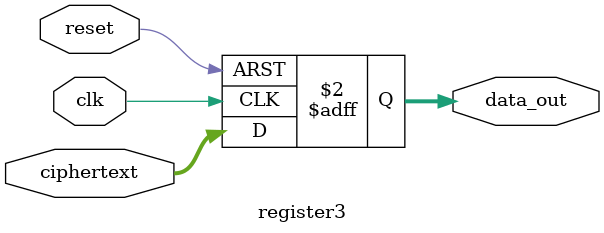
<source format=v>
`default_nettype none 
`timescale 1 ns / 1 ps
module register3
(
input wire clk   ,
input wire	reset ,
input wire	[63:0] ciphertext ,

output reg [63:0] data_out
);

always @(posedge clk or posedge reset)
	if (reset)
		data_out = 0;
	else
		data_out = ciphertext  ;
	
endmodule
</source>
